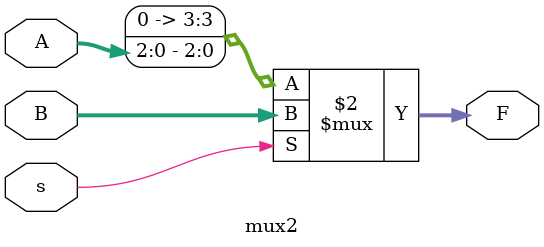
<source format=v>
module mux2(
    input [2:0] A,
    input [3:0]	B,
	input s,
	output [3:0] F  
);
assign F = s ? B : A;

endmodule 
</source>
